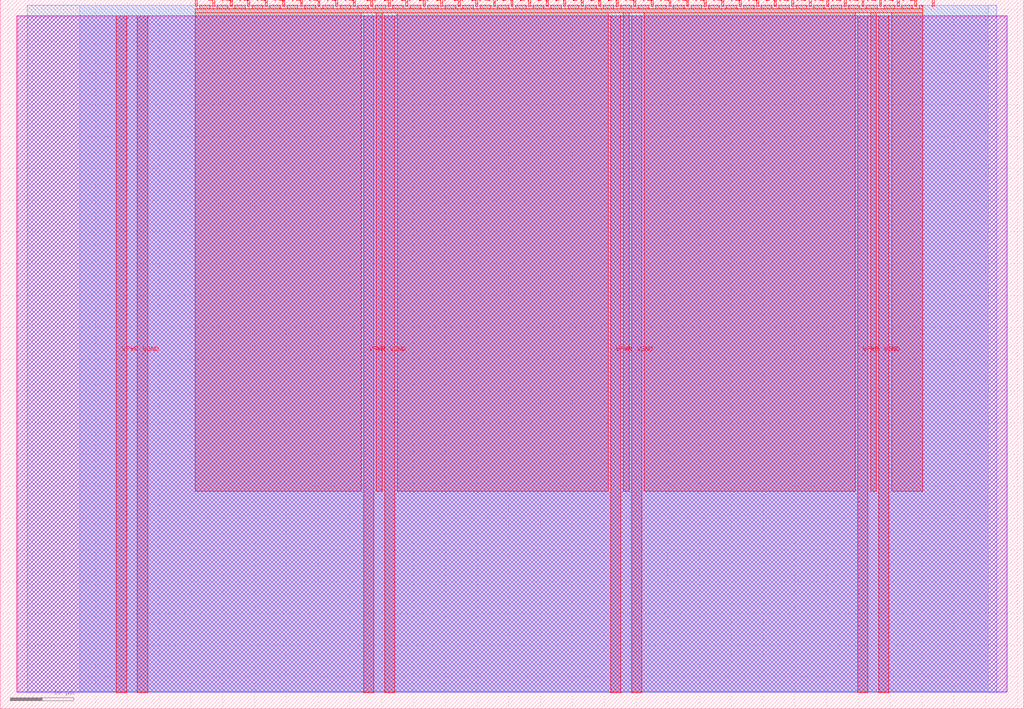
<source format=lef>
VERSION 5.7 ;
  NOWIREEXTENSIONATPIN ON ;
  DIVIDERCHAR "/" ;
  BUSBITCHARS "[]" ;
MACRO tt_um_autosel
  CLASS BLOCK ;
  FOREIGN tt_um_autosel ;
  ORIGIN 0.000 0.000 ;
  SIZE 161.000 BY 111.520 ;
  PIN VGND
    DIRECTION INOUT ;
    USE GROUND ;
    PORT
      LAYER met4 ;
        RECT 21.580 2.480 23.180 109.040 ;
    END
    PORT
      LAYER met4 ;
        RECT 60.450 2.480 62.050 109.040 ;
    END
    PORT
      LAYER met4 ;
        RECT 99.320 2.480 100.920 109.040 ;
    END
    PORT
      LAYER met4 ;
        RECT 138.190 2.480 139.790 109.040 ;
    END
  END VGND
  PIN VPWR
    DIRECTION INOUT ;
    USE POWER ;
    PORT
      LAYER met4 ;
        RECT 18.280 2.480 19.880 109.040 ;
    END
    PORT
      LAYER met4 ;
        RECT 57.150 2.480 58.750 109.040 ;
    END
    PORT
      LAYER met4 ;
        RECT 96.020 2.480 97.620 109.040 ;
    END
    PORT
      LAYER met4 ;
        RECT 134.890 2.480 136.490 109.040 ;
    END
  END VPWR
  PIN clk
    DIRECTION INPUT ;
    USE SIGNAL ;
    ANTENNAGATEAREA 0.852000 ;
    PORT
      LAYER met4 ;
        RECT 143.830 110.520 144.130 111.520 ;
    END
  END clk
  PIN ena
    DIRECTION INPUT ;
    USE SIGNAL ;
    PORT
      LAYER met4 ;
        RECT 146.590 110.520 146.890 111.520 ;
    END
  END ena
  PIN rst_n
    DIRECTION INPUT ;
    USE SIGNAL ;
    ANTENNAGATEAREA 0.213000 ;
    PORT
      LAYER met4 ;
        RECT 141.070 110.520 141.370 111.520 ;
    END
  END rst_n
  PIN ui_in[0]
    DIRECTION INPUT ;
    USE SIGNAL ;
    PORT
      LAYER met4 ;
        RECT 138.310 110.520 138.610 111.520 ;
    END
  END ui_in[0]
  PIN ui_in[1]
    DIRECTION INPUT ;
    USE SIGNAL ;
    PORT
      LAYER met4 ;
        RECT 135.550 110.520 135.850 111.520 ;
    END
  END ui_in[1]
  PIN ui_in[2]
    DIRECTION INPUT ;
    USE SIGNAL ;
    PORT
      LAYER met4 ;
        RECT 132.790 110.520 133.090 111.520 ;
    END
  END ui_in[2]
  PIN ui_in[3]
    DIRECTION INPUT ;
    USE SIGNAL ;
    PORT
      LAYER met4 ;
        RECT 130.030 110.520 130.330 111.520 ;
    END
  END ui_in[3]
  PIN ui_in[4]
    DIRECTION INPUT ;
    USE SIGNAL ;
    PORT
      LAYER met4 ;
        RECT 127.270 110.520 127.570 111.520 ;
    END
  END ui_in[4]
  PIN ui_in[5]
    DIRECTION INPUT ;
    USE SIGNAL ;
    PORT
      LAYER met4 ;
        RECT 124.510 110.520 124.810 111.520 ;
    END
  END ui_in[5]
  PIN ui_in[6]
    DIRECTION INPUT ;
    USE SIGNAL ;
    PORT
      LAYER met4 ;
        RECT 121.750 110.520 122.050 111.520 ;
    END
  END ui_in[6]
  PIN ui_in[7]
    DIRECTION INPUT ;
    USE SIGNAL ;
    ANTENNAGATEAREA 0.196500 ;
    PORT
      LAYER met4 ;
        RECT 118.990 110.520 119.290 111.520 ;
    END
  END ui_in[7]
  PIN uio_in[0]
    DIRECTION INPUT ;
    USE SIGNAL ;
    ANTENNAGATEAREA 0.196500 ;
    PORT
      LAYER met4 ;
        RECT 116.230 110.520 116.530 111.520 ;
    END
  END uio_in[0]
  PIN uio_in[1]
    DIRECTION INPUT ;
    USE SIGNAL ;
    ANTENNAGATEAREA 0.196500 ;
    PORT
      LAYER met4 ;
        RECT 113.470 110.520 113.770 111.520 ;
    END
  END uio_in[1]
  PIN uio_in[2]
    DIRECTION INPUT ;
    USE SIGNAL ;
    PORT
      LAYER met4 ;
        RECT 110.710 110.520 111.010 111.520 ;
    END
  END uio_in[2]
  PIN uio_in[3]
    DIRECTION INPUT ;
    USE SIGNAL ;
    PORT
      LAYER met4 ;
        RECT 107.950 110.520 108.250 111.520 ;
    END
  END uio_in[3]
  PIN uio_in[4]
    DIRECTION INPUT ;
    USE SIGNAL ;
    PORT
      LAYER met4 ;
        RECT 105.190 110.520 105.490 111.520 ;
    END
  END uio_in[4]
  PIN uio_in[5]
    DIRECTION INPUT ;
    USE SIGNAL ;
    PORT
      LAYER met4 ;
        RECT 102.430 110.520 102.730 111.520 ;
    END
  END uio_in[5]
  PIN uio_in[6]
    DIRECTION INPUT ;
    USE SIGNAL ;
    PORT
      LAYER met4 ;
        RECT 99.670 110.520 99.970 111.520 ;
    END
  END uio_in[6]
  PIN uio_in[7]
    DIRECTION INPUT ;
    USE SIGNAL ;
    PORT
      LAYER met4 ;
        RECT 96.910 110.520 97.210 111.520 ;
    END
  END uio_in[7]
  PIN uio_oe[0]
    DIRECTION OUTPUT ;
    USE SIGNAL ;
    ANTENNADIFFAREA 0.445500 ;
    PORT
      LAYER met4 ;
        RECT 49.990 110.520 50.290 111.520 ;
    END
  END uio_oe[0]
  PIN uio_oe[1]
    DIRECTION OUTPUT ;
    USE SIGNAL ;
    ANTENNADIFFAREA 0.445500 ;
    PORT
      LAYER met4 ;
        RECT 47.230 110.520 47.530 111.520 ;
    END
  END uio_oe[1]
  PIN uio_oe[2]
    DIRECTION OUTPUT ;
    USE SIGNAL ;
    PORT
      LAYER met4 ;
        RECT 44.470 110.520 44.770 111.520 ;
    END
  END uio_oe[2]
  PIN uio_oe[3]
    DIRECTION OUTPUT ;
    USE SIGNAL ;
    PORT
      LAYER met4 ;
        RECT 41.710 110.520 42.010 111.520 ;
    END
  END uio_oe[3]
  PIN uio_oe[4]
    DIRECTION OUTPUT ;
    USE SIGNAL ;
    PORT
      LAYER met4 ;
        RECT 38.950 110.520 39.250 111.520 ;
    END
  END uio_oe[4]
  PIN uio_oe[5]
    DIRECTION OUTPUT ;
    USE SIGNAL ;
    PORT
      LAYER met4 ;
        RECT 36.190 110.520 36.490 111.520 ;
    END
  END uio_oe[5]
  PIN uio_oe[6]
    DIRECTION OUTPUT ;
    USE SIGNAL ;
    PORT
      LAYER met4 ;
        RECT 33.430 110.520 33.730 111.520 ;
    END
  END uio_oe[6]
  PIN uio_oe[7]
    DIRECTION OUTPUT ;
    USE SIGNAL ;
    PORT
      LAYER met4 ;
        RECT 30.670 110.520 30.970 111.520 ;
    END
  END uio_oe[7]
  PIN uio_out[0]
    DIRECTION OUTPUT ;
    USE SIGNAL ;
    ANTENNADIFFAREA 0.445500 ;
    PORT
      LAYER met4 ;
        RECT 72.070 110.520 72.370 111.520 ;
    END
  END uio_out[0]
  PIN uio_out[1]
    DIRECTION OUTPUT ;
    USE SIGNAL ;
    ANTENNADIFFAREA 0.445500 ;
    PORT
      LAYER met4 ;
        RECT 69.310 110.520 69.610 111.520 ;
    END
  END uio_out[1]
  PIN uio_out[2]
    DIRECTION OUTPUT ;
    USE SIGNAL ;
    PORT
      LAYER met4 ;
        RECT 66.550 110.520 66.850 111.520 ;
    END
  END uio_out[2]
  PIN uio_out[3]
    DIRECTION OUTPUT ;
    USE SIGNAL ;
    PORT
      LAYER met4 ;
        RECT 63.790 110.520 64.090 111.520 ;
    END
  END uio_out[3]
  PIN uio_out[4]
    DIRECTION OUTPUT ;
    USE SIGNAL ;
    PORT
      LAYER met4 ;
        RECT 61.030 110.520 61.330 111.520 ;
    END
  END uio_out[4]
  PIN uio_out[5]
    DIRECTION OUTPUT ;
    USE SIGNAL ;
    PORT
      LAYER met4 ;
        RECT 58.270 110.520 58.570 111.520 ;
    END
  END uio_out[5]
  PIN uio_out[6]
    DIRECTION OUTPUT ;
    USE SIGNAL ;
    PORT
      LAYER met4 ;
        RECT 55.510 110.520 55.810 111.520 ;
    END
  END uio_out[6]
  PIN uio_out[7]
    DIRECTION OUTPUT ;
    USE SIGNAL ;
    PORT
      LAYER met4 ;
        RECT 52.750 110.520 53.050 111.520 ;
    END
  END uio_out[7]
  PIN uo_out[0]
    DIRECTION OUTPUT ;
    USE SIGNAL ;
    ANTENNADIFFAREA 0.445500 ;
    PORT
      LAYER met4 ;
        RECT 94.150 110.520 94.450 111.520 ;
    END
  END uo_out[0]
  PIN uo_out[1]
    DIRECTION OUTPUT ;
    USE SIGNAL ;
    ANTENNADIFFAREA 0.795200 ;
    PORT
      LAYER met4 ;
        RECT 91.390 110.520 91.690 111.520 ;
    END
  END uo_out[1]
  PIN uo_out[2]
    DIRECTION OUTPUT ;
    USE SIGNAL ;
    ANTENNADIFFAREA 0.445500 ;
    PORT
      LAYER met4 ;
        RECT 88.630 110.520 88.930 111.520 ;
    END
  END uo_out[2]
  PIN uo_out[3]
    DIRECTION OUTPUT ;
    USE SIGNAL ;
    PORT
      LAYER met4 ;
        RECT 85.870 110.520 86.170 111.520 ;
    END
  END uo_out[3]
  PIN uo_out[4]
    DIRECTION OUTPUT ;
    USE SIGNAL ;
    ANTENNADIFFAREA 0.445500 ;
    PORT
      LAYER met4 ;
        RECT 83.110 110.520 83.410 111.520 ;
    END
  END uo_out[4]
  PIN uo_out[5]
    DIRECTION OUTPUT ;
    USE SIGNAL ;
    PORT
      LAYER met4 ;
        RECT 80.350 110.520 80.650 111.520 ;
    END
  END uo_out[5]
  PIN uo_out[6]
    DIRECTION OUTPUT ;
    USE SIGNAL ;
    PORT
      LAYER met4 ;
        RECT 77.590 110.520 77.890 111.520 ;
    END
  END uo_out[6]
  PIN uo_out[7]
    DIRECTION OUTPUT ;
    USE SIGNAL ;
    ANTENNADIFFAREA 0.795200 ;
    PORT
      LAYER met4 ;
        RECT 74.830 110.520 75.130 111.520 ;
    END
  END uo_out[7]
  OBS
      LAYER nwell ;
        RECT 2.570 2.635 158.430 108.990 ;
      LAYER li1 ;
        RECT 2.760 2.635 158.240 108.885 ;
      LAYER met1 ;
        RECT 2.760 2.480 158.240 109.040 ;
      LAYER met2 ;
        RECT 4.240 2.535 156.760 110.685 ;
      LAYER met3 ;
        RECT 12.485 2.555 155.415 110.665 ;
      LAYER met4 ;
        RECT 31.370 110.120 33.030 110.665 ;
        RECT 34.130 110.120 35.790 110.665 ;
        RECT 36.890 110.120 38.550 110.665 ;
        RECT 39.650 110.120 41.310 110.665 ;
        RECT 42.410 110.120 44.070 110.665 ;
        RECT 45.170 110.120 46.830 110.665 ;
        RECT 47.930 110.120 49.590 110.665 ;
        RECT 50.690 110.120 52.350 110.665 ;
        RECT 53.450 110.120 55.110 110.665 ;
        RECT 56.210 110.120 57.870 110.665 ;
        RECT 58.970 110.120 60.630 110.665 ;
        RECT 61.730 110.120 63.390 110.665 ;
        RECT 64.490 110.120 66.150 110.665 ;
        RECT 67.250 110.120 68.910 110.665 ;
        RECT 70.010 110.120 71.670 110.665 ;
        RECT 72.770 110.120 74.430 110.665 ;
        RECT 75.530 110.120 77.190 110.665 ;
        RECT 78.290 110.120 79.950 110.665 ;
        RECT 81.050 110.120 82.710 110.665 ;
        RECT 83.810 110.120 85.470 110.665 ;
        RECT 86.570 110.120 88.230 110.665 ;
        RECT 89.330 110.120 90.990 110.665 ;
        RECT 92.090 110.120 93.750 110.665 ;
        RECT 94.850 110.120 96.510 110.665 ;
        RECT 97.610 110.120 99.270 110.665 ;
        RECT 100.370 110.120 102.030 110.665 ;
        RECT 103.130 110.120 104.790 110.665 ;
        RECT 105.890 110.120 107.550 110.665 ;
        RECT 108.650 110.120 110.310 110.665 ;
        RECT 111.410 110.120 113.070 110.665 ;
        RECT 114.170 110.120 115.830 110.665 ;
        RECT 116.930 110.120 118.590 110.665 ;
        RECT 119.690 110.120 121.350 110.665 ;
        RECT 122.450 110.120 124.110 110.665 ;
        RECT 125.210 110.120 126.870 110.665 ;
        RECT 127.970 110.120 129.630 110.665 ;
        RECT 130.730 110.120 132.390 110.665 ;
        RECT 133.490 110.120 135.150 110.665 ;
        RECT 136.250 110.120 137.910 110.665 ;
        RECT 139.010 110.120 140.670 110.665 ;
        RECT 141.770 110.120 143.430 110.665 ;
        RECT 144.530 110.120 145.065 110.665 ;
        RECT 30.655 109.440 145.065 110.120 ;
        RECT 30.655 34.175 56.750 109.440 ;
        RECT 59.150 34.175 60.050 109.440 ;
        RECT 62.450 34.175 95.620 109.440 ;
        RECT 98.020 34.175 98.920 109.440 ;
        RECT 101.320 34.175 134.490 109.440 ;
        RECT 136.890 34.175 137.790 109.440 ;
        RECT 140.190 34.175 145.065 109.440 ;
  END
END tt_um_autosel
END LIBRARY


</source>
